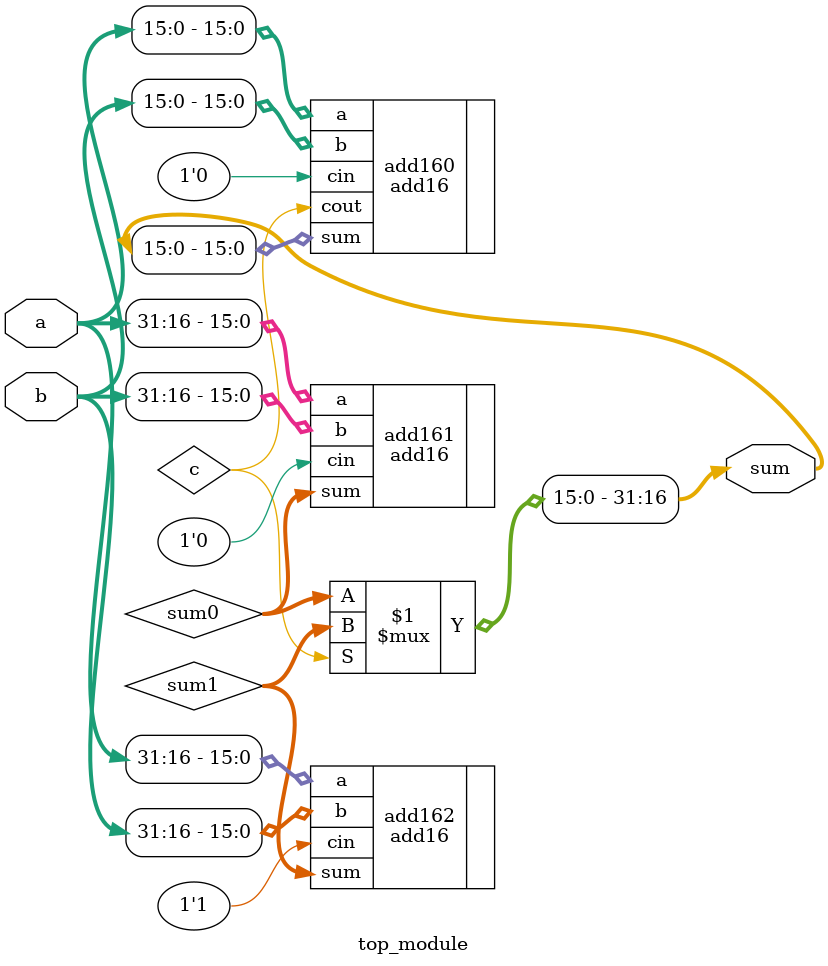
<source format=v>
module top_module (
	input [31:0] a,
	input [31:0] b,
	output [31:0] sum
);

	wire c;
	wire [15:0] sum0, sum1;

	add16 add160(.a(a[15:0]), .b(b[15:0]), .cin(1'b0), .sum(sum[15:0]), .cout(c));
	add16 add161(.a(a[31:16]), .b(b[31:16]), .cin(1'b0), .sum(sum0));
	add16 add162(.a(a[31:16]), .b(b[31:16]), .cin(1'b1), .sum(sum1));

	assign sum[31:16] = c ? sum1 : sum0;

endmodule

</source>
